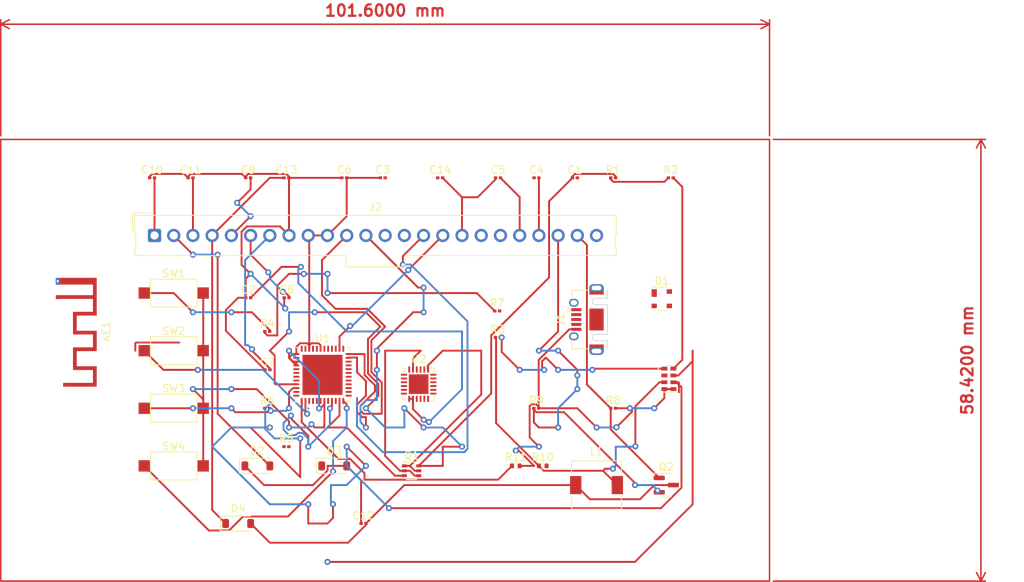
<source format=kicad_pcb>
(kicad_pcb (version 20221018) (generator pcbnew)
  (layers (0 "F.Cu" signal) (31 "B.Cu" signal) (34 "B.Paste" user) (35 "F.Paste" user) (36 "B.SilkS" user "B.Silkscreen") (37 "F.SilkS" user "F.Silkscreen") (38 "B.Mask" user) (39 "F.Mask" user) (44 "Edge.Cuts" user))
  (net 0 "")
  (net 1 "Net-(AE1-A)")
  (net 2 "GND")
  (net 3 "EN")
  (net 4 "0")
  (net 5 "VBUS")
  (net 6 "+3.3V")
  (net 7 "Net-(J2-Pin_21)")
  (net 8 "Net-(J2-Pin_20)")
  (net 9 "Net-(J2-Pin_7)")
  (net 10 "Net-(J2-Pin_6)")
  (net 11 "Net-(J2-Pin_5)")
  (net 12 "Net-(J2-Pin_1)")
  (net 13 "Net-(J2-Pin_3)")
  (net 14 "Net-(D2-K)")
  (net 15 "Net-(D4-A)")
  (net 16 "PREVGH")
  (net 17 "Net-(D1-A)")
  (net 18 "Net-(J1-D-)")
  (net 19 "Net-(J1-D+)")
  (net 20 "PREVGL")
  (net 22 "MOSI")
  (net 23 "SCK")
  (net 24 "SS")
  (net 25 "DC")
  (net 26 "RES")
  (net 27 "BUSY")
  (net 30 "RESET")
  (net 31 "GDR")
  (net 33 "RTS")
  (net 34 "DTR")
  (net 35 "GPIO0")
  (net 36 "SCL")
  (net 37 "SDA")
  (net 38 "SW_1")
  (net 39 "SW_2")
  (net 40 "SW_3")
  (net 41 "SW_4")
  (net 42 "ADC_BATT")
  (net 49 "RTC_INT")
  (net 50 "ACC_INT1")
  (net 51 "ACC_INT2")
  (net 53 "RTC_EVI")
  (net 62 "RX")
  (net 63 "TX")
  (net 69 "Net-(U2-VDD)")
  (footprint "Capacitor_SMD:C_0201_0603Metric" (layer "F.Cu") (at 131.76 88.9)
    (fp_text reference "C7")
    (fp_text value "1uF/50V")
  )
  (footprint "Connector_Molex:Molex_SL_171971-0024_1x24_P2.54mm_Vertical" (layer "F.Cu") (at 116.84 71.12)
    (fp_text reference "J2")
    (fp_text value "Conn_01x24")
  )
  (footprint "Resistor_SMD:R_0201_0603Metric" (layer "F.Cu") (at 177.455 63.5)
    (fp_text reference "R1")
    (fp_text value "10K")
  )
  (footprint "Resistor_SMD:R_0201_0603Metric" (layer "F.Cu") (at 177.455 93.98)
    (fp_text reference "R8")
    (fp_text value "10K")
  )
  (footprint "Resistor_SMD:R_0201_0603Metric" (layer "F.Cu") (at 167.295 93.98)
    (fp_text reference "R9")
    (fp_text value "0.14R")
  )
  (footprint "Button_Switch_SMD:SW_SPST_CK_RS282G05A3" (layer "F.Cu") (at 119.38 93.98)
    (fp_text reference "SW3")
    (fp_text value "SW_Push")
  )
  (footprint "Resistor_SMD:R_0201_0603Metric" (layer "F.Cu") (at 134.275 99.06)
    (fp_text reference "R5")
    (fp_text value "10K")
  )
  (footprint "Connector_USB:USB_Micro-AB_Molex_47590-0001" (layer "F.Cu") (at 175.26 82.24 90)
    (fp_text reference "J1")
    (fp_text value "USB_B_Micro")
    (fp_line (start -3.75 1.45) (end -2.8 1.45) (stroke (width 0.1)) (layer "Edge.Cuts"))
    (fp_line (start -2.8 -0.125) (end -2.8 1.45) (stroke (width 0.1)) (layer "Edge.Cuts"))
    (fp_line (start -1.95 -0.125) (end -1.95 1.45) (stroke (width 0.1)) (layer "Edge.Cuts"))
    (fp_line (start -1.95 1.45) (end 1.95 1.45) (stroke (width 0.1)) (layer "Edge.Cuts"))
    (fp_line (start 1.95 -0.125) (end 1.95 1.45) (stroke (width 0.1)) (layer "Edge.Cuts"))
    (fp_line (start 2.8 -0.125) (end 2.8 1.45) (stroke (width 0.1)) (layer "Edge.Cuts"))
    (fp_line (start 2.8 1.45) (end 3.75 1.45) (stroke (width 0.1)) (layer "Edge.Cuts"))
    (fp_arc (start -2.8 -0.125) (mid -2.375 -0.55) (end -1.95 -0.125) (stroke (width 0.1)) (layer "Edge.Cuts"))
    (fp_arc (start 1.95 -0.125) (mid 2.375 -0.55) (end 2.8 -0.125) (stroke (width 0.1)) (layer "Edge.Cuts"))
  )
  (footprint "Diode_SMD:D_SOD-123" (layer "F.Cu") (at 127.89 109.22)
    (fp_text reference "D4")
    (fp_text value "MBR0530")
  )
  (footprint "Resistor_SMD:R_0201_0603Metric" (layer "F.Cu") (at 185.075 63.5)
    (fp_text reference "R2")
    (fp_text value "10K")
  )
  (footprint "Capacitor_SMD:C_0201_0603Metric" (layer "F.Cu") (at 154.595 63.5)
    (fp_text reference "C14")
    (fp_text value "4.7uF/25V")
  )
  (footprint "Package_DFN_QFN:QFN-24-1EP_4x4mm_P0.5mm_EP2.6x2.6mm" (layer "F.Cu") (at 151.75 90.79)
    (fp_text reference "U2")
    (fp_text value "CP2104")
  )
  (footprint "Capacitor_SMD:C_0201_0603Metric" (layer "F.Cu") (at 116.52 63.5)
    (fp_text reference "C10")
    (fp_text value "1uF/50V")
  )
  (footprint "Package_TO_SOT_SMD:SOT-23" (layer "F.Cu") (at 184.4825 104.14)
    (fp_text reference "Q2")
    (fp_text value "Si2371EDS")
  )
  (footprint "Resistor_SMD:R_0201_0603Metric" (layer "F.Cu") (at 131.735 93.98)
    (fp_text reference "R6")
    (fp_text value "10K")
  )
  (footprint "Capacitor_SMD:C_0201_0603Metric" (layer "F.Cu") (at 141.92 63.5)
    (fp_text reference "C6")
    (fp_text value "1uF/50V")
  )
  (footprint "Resistor_SMD:R_0201_0603Metric" (layer "F.Cu") (at 162.215 84.61)
    (fp_text reference "R3")
    (fp_text value "10K")
  )
  (footprint "Button_Switch_SMD:SW_SPST_CK_RS282G05A3" (layer "F.Cu") (at 119.38 78.74)
    (fp_text reference "SW1")
    (fp_text value "SW_Push")
  )
  (footprint "Resistor_SMD:R_0201_0603Metric" (layer "F.Cu") (at 162.125 81.11)
    (fp_text reference "R7")
    (fp_text value "10K")
  )
  (footprint "RV-8803:MICROCRYSTAL_RV-8803-C7-TA-QC" (layer "F.Cu") (at 184.82 90.09)
    (fp_text reference "Y1")
    (fp_text value "RV-8803-C7-TA-QC")
  )
  (footprint "Capacitor_SMD:C_0201_0603Metric" (layer "F.Cu") (at 129.22 63.5)
    (fp_text reference "C9")
    (fp_text value "1uF/50V")
  )
  (footprint "Package_TO_SOT_SMD:SOT-143" (layer "F.Cu") (at 183.88 79.49)
    (fp_text reference "D1")
    (fp_text value "SP0503BAHT")
  )
  (footprint "Inductor_SMD:L_6.3x6.3_H3" (layer "F.Cu") (at 175.26 104.14)
    (fp_text reference "L1")
    (fp_text value "L")
  )
  (footprint "Capacitor_SMD:C_0201_0603Metric" (layer "F.Cu") (at 129.22 79.36)
    (fp_text reference "C2")
    (fp_text value "1uF")
  )
  (footprint "Button_Switch_SMD:SW_SPST_CK_RS282G05A3" (layer "F.Cu") (at 119.38 86.36)
    (fp_text reference "SW2")
    (fp_text value "SW_Push")
  )
  (footprint "Capacitor_SMD:C_0201_0603Metric" (layer "F.Cu") (at 134.275 63.5)
    (fp_text reference "C13")
    (fp_text value "1Uf/50V")
  )
  (footprint "Capacitor_SMD:C_0201_0603Metric" (layer "F.Cu") (at 162.24 63.5)
    (fp_text reference "C5")
    (fp_text value "1uF/50V")
  )
  (footprint "Capacitor_SMD:C_0201_0603Metric" (layer "F.Cu") (at 134.3 79.36)
    (fp_text reference "C8")
    (fp_text value "C")
  )
  (footprint "Capacitor_SMD:C_0201_0603Metric" (layer "F.Cu") (at 147 63.5)
    (fp_text reference "C3")
    (fp_text value "10uF")
  )
  (footprint "Capacitor_SMD:C_0201_0603Metric" (layer "F.Cu") (at 172.4 63.5)
    (fp_text reference "C1")
    (fp_text value "0.1uF")
  )
  (footprint "Package_TO_SOT_SMD:SOT-363_SC-70-6" (layer "F.Cu") (at 150.81 102.25)
    (fp_text reference "Q1")
    (fp_text value "UMH3N")
  )
  (footprint "Diode_SMD:D_SOD-123" (layer "F.Cu") (at 130.43 101.6)
    (fp_text reference "D2")
    (fp_text value "MBR0530")
  )
  (footprint "Button_Switch_SMD:SW_SPST_CK_RS282G05A3" (layer "F.Cu") (at 119.38 101.6)
    (fp_text reference "SW4")
    (fp_text value "SW_Push")
  )
  (footprint "Resistor_SMD:R_0201_0603Metric" (layer "F.Cu") (at 131.735 83.82)
    (fp_text reference "R4")
    (fp_text value "10K")
  )
  (footprint "Capacitor_SMD:C_0201_0603Metric" (layer "F.Cu") (at 121.6 63.5)
    (fp_text reference "C11")
    (fp_text value "1uF/50V")
  )
  (footprint "Package_DFN_QFN:QFN-48-1EP_7x7mm_P0.5mm_EP5.3x5.3mm" (layer "F.Cu") (at 139.04 89.56)
    (fp_text reference "U1")
    (fp_text value "ESP32-PICO-D4")
  )
  (footprint "Capacitor_SMD:C_0201_0603Metric" (layer "F.Cu") (at 167.32 63.5)
    (fp_text reference "C4")
    (fp_text value "1uF/50V")
  )
  (footprint "Resistor_SMD:R_0402_1005Metric" (layer "F.Cu") (at 164.59 101.6)
    (fp_text reference "R11")
    (fp_text value "100K")
  )
  (footprint "RF_Antenna:Texas_SWRA117D_2.4GHz_Right" (layer "F.Cu") (at 104.055 79.27 -90)
    (fp_text reference "AE1")
    (fp_text value "Antenna_Shield")
  )
  (footprint "Capacitor_SMD:C_0201_0603Metric" (layer "F.Cu") (at 144.46 109.22)
    (fp_text reference "C12")
    (fp_text value "4.7uF/25V")
  )
  (footprint "Resistor_SMD:R_0402_1005Metric" (layer "F.Cu") (at 168.15 101.6)
    (fp_text reference "R10")
    (fp_text value "100K")
  )
  (footprint "Diode_SMD:D_SOD-123" (layer "F.Cu") (at 140.59 101.6)
    (fp_text reference "D3")
    (fp_text value "MBR0530")
  )
  (gr_rect (start 96.52 58.42) (end 198.12 116.84) (stroke (width 0.2)) (fill none) (layer "F.Cu"))
  (dimension (type aligned) (layer "F.Cu") (pts (xy 198.12 116.84) (xy 198.12 58.42)) (height 27.94) (gr_text "58,4200 mm" (at 224.26 87.63 90) (layer "F.Cu") (effects (font (size 1.5 1.5) (thickness 0.3)))) (format (prefix "") (suffix "") (units 3) (units_format 1) (precision 4)) (style (thickness 0.2) (arrow_length 1.27) (text_position_mode 0) (extension_height 0.58642) (extension_offset 0.5) keep_text_aligned))
  (dimension (type aligned) (layer "F.Cu") (pts (xy 198.12 58.42) (xy 96.52 58.42)) (height 15.24) (gr_text "101,6000 mm" (at 147.32 41.38) (layer "F.Cu") (effects (font (size 1.5 1.5) (thickness 0.3)))) (format (prefix "") (suffix "") (units 3) (units_format 1) (precision 4)) (style (thickness 0.2) (arrow_length 1.27) (text_position_mode 0) (extension_height 0.58642) (extension_offset 0.5) keep_text_aligned))
  (segment (start 114.3 85.39) (end 114.405 85.285) (width 0.25) (layer "F.Cu") (net 0))
  (segment (start 114.3 86.36) (end 114.3 85.39) (width 0.25) (layer "F.Cu") (net 0))
  (segment (start 114.405 85.285) (end 120.1205 85.285) (width 0.25) (layer "F.Cu") (net 0))
  (segment (start 137.189364 94.009364) (end 137.16 93.98) (width 0.25) (layer "B.Cu") (net 0))
  (segment (start 133.069695 77.750305) (end 134.62 76.2) (width 0.25) (layer "F.Cu") (net 2))
  (segment (start 136.5655 76.2) (end 136.84 76.2) (width 0.25) (layer "F.Cu") (net 2))
  (segment (start 131.748959 84.345) (end 133.069695 84.345) (width 0.25) (layer "F.Cu") (net 2))
  (segment (start 131.415 84.011041) (end 131.748959 84.345) (width 0.25) (layer "F.Cu") (net 2))
  (segment (start 134.62 76.2) (end 136.5655 76.2) (width 0.25) (layer "F.Cu") (net 2))
  (segment (start 159.435 78.74) (end 161.805 81.11) (width 0.25) (layer "F.Cu") (net 2))
  (segment (start 131.415 83.82) (end 131.415 84.011041) (width 0.25) (layer "F.Cu") (net 2))
  (segment (start 139.7 78.74) (end 159.435 78.74) (width 0.25) (layer "F.Cu") (net 2))
  (segment (start 133.069695 84.345) (end 133.069695 77.750305) (width 0.25) (layer "F.Cu") (net 2))
  (via (at 136.5655 76.2) (size 0.8) (drill 0.4) (layers "F.Cu" "B.Cu") (net 2))
  (via (at 139.7 78.74) (size 0.8) (drill 0.4) (layers "F.Cu" "B.Cu") (net 2))
  (via (at 139.7 76.2) (size 0.8) (drill 0.4) (layers "F.Cu" "B.Cu") (net 2))
  (via (at 136.5655 76.2) (size 0.8) (drill 0.4) (layers "F.Cu" "B.Cu") (net 2))
  (via (at 139.7 76.2) (size 0.8) (drill 0.4) (layers "F.Cu" "B.Cu") (net 2))
  (via (at 139.7 76.2) (size 0.8) (drill 0.4) (layers "F.Cu" "B.Cu") (net 2))
  (segment (start 136.5655 76.2) (end 139.7 76.2) (width 0.25) (layer "B.Cu") (net 2))
  (segment (start 139.7 76.2) (end 139.7 78.74) (width 0.25) (layer "B.Cu") (net 2))
  (segment (start 132.7195 86.9995) (end 132.7195 90.692492) (width 0.25) (layer "F.Cu") (net 3))
  (segment (start 154.94 101.6) (end 154.94 99.06) (width 0.25) (layer "F.Cu") (net 3))
  (segment (start 172.08 63.308959) (end 172.413959 62.975) (width 0.25) (layer "F.Cu") (net 3))
  (segment (start 146.42 92.34) (end 146.42 90.752201) (width 0.25) (layer "F.Cu") (net 3))
  (segment (start 134.62 83.82) (end 132.08 86.36) (width 0.25) (layer "F.Cu") (net 3))
  (segment (start 151.76 101.6) (end 154.94 101.6) (width 0.25) (layer "F.Cu") (net 3))
  (segment (start 161.34 92.02) (end 161.34 84.333959) (width 0.25) (layer "F.Cu") (net 3))
  (segment (start 168.985 66.595) (end 172.08 63.5) (width 0.25) (layer "F.Cu") (net 3))
  (segment (start 145.0545 84.812708) (end 146.683604 83.183604) (width 0.25) (layer "F.Cu") (net 3))
  (segment (start 172.08 63.5) (end 172.08 63.308959) (width 0.25) (layer "F.Cu") (net 3))
  (segment (start 146.42 90.752201) (end 145.0545 89.386701) (width 0.25) (layer "F.Cu") (net 3))
  (segment (start 145.0545 89.386701) (end 145.0545 84.812708) (width 0.25) (layer "F.Cu") (net 3))
  (segment (start 168.985 76.688959) (end 168.985 66.595) (width 0.25) (layer "F.Cu") (net 3))
  (segment (start 132.7195 90.692492) (end 132.837008 90.81) (width 0.25) (layer "F.Cu") (net 3))
  (segment (start 177.441041 62.975) (end 177.775 63.308959) (width 0.25) (layer "F.Cu") (net 3))
  (segment (start 132.837008 90.81) (end 135.59 90.81) (width 0.25) (layer "F.Cu") (net 3))
  (segment (start 144.78 81.28) (end 138.0145 81.28) (width 0.25) (layer "F.Cu") (net 3))
  (segment (start 132.08 86.36) (end 132.7195 86.9995) (width 0.25) (layer "F.Cu") (net 3))
  (segment (start 154.94 99.06) (end 157.48 99.06) (width 0.25) (layer "F.Cu") (net 3))
  (segment (start 172.413959 62.975) (end 177.441041 62.975) (width 0.25) (layer "F.Cu") (net 3))
  (segment (start 161.34 84.333959) (end 168.985 76.688959) (width 0.25) (layer "F.Cu") (net 3))
  (segment (start 144.78 93.98) (end 146.42 92.34) (width 0.25) (layer "F.Cu") (net 3))
  (segment (start 177.775 63.308959) (end 177.775 63.5) (width 0.25) (layer "F.Cu") (net 3))
  (segment (start 152.4 96.52) (end 149.86 93.98) (width 0.25) (layer "F.Cu") (net 3))
  (segment (start 151.76 101.6) (end 161.34 92.02) (width 0.25) (layer "F.Cu") (net 3))
  (segment (start 146.683604 83.183604) (end 144.78 81.28) (width 0.25) (layer "F.Cu") (net 3))
  (via (at 134.62 83.82) (size 0.8) (drill 0.4) (layers "F.Cu" "B.Cu") (net 3))
  (via (at 138.0145 81.28) (size 0.8) (drill 0.4) (layers "F.Cu" "B.Cu") (net 3))
  (via (at 149.86 93.98) (size 0.8) (drill 0.4) (layers "F.Cu" "B.Cu") (net 3))
  (via (at 157.48 99.06) (size 0.8) (drill 0.4) (layers "F.Cu" "B.Cu") (net 3))
  (via (at 152.4 96.52) (size 0.8) (drill 0.4) (layers "F.Cu" "B.Cu") (net 3))
  (via (at 144.78 93.98) (size 0.8) (drill 0.4) (layers "F.Cu" "B.Cu") (net 3))
  (segment (start 149.86 93.98) (end 149.86 96.52) (width 0.25) (layer "B.Cu") (net 3))
  (segment (start 147.32 96.52) (end 144.78 93.98) (width 0.25) (layer "B.Cu") (net 3))
  (segment (start 149.86 96.52) (end 147.32 96.52) (width 0.25) (layer "B.Cu") (net 3))
  (segment (start 134.62 81.28) (end 134.62 83.82) (width 0.25) (layer "B.Cu") (net 3))
  (segment (start 138.0145 81.28) (end 134.62 81.28) (width 0.25) (layer "B.Cu") (net 3))
  (segment (start 154.94 96.52) (end 152.4 96.52) (width 0.25) (layer "B.Cu") (net 3))
  (segment (start 157.48 99.06) (end 154.94 96.52) (width 0.25) (layer "B.Cu") (net 3))
  (segment (start 128.9 79.36) (end 127.894695 79.36) (width 0.25) (layer "F.Cu") (net 4))
  (segment (start 166.42 97.84) (end 166.42 93.703959) (width 0.25) (layer "F.Cu") (net 4))
  (segment (start 167.615 87.585) (end 171.66 83.54) (width 0.25) (layer "F.Cu") (net 4))
  (segment (start 128.9 63.5) (end 128.9 63.308959) (width 0.25) (layer "F.Cu") (net 4))
  (segment (start 128.345 70.625014) (end 128.345 75.005) (width 0.25) (layer "F.Cu") (net 4))
  (segment (start 134.1077 80.7677) (end 133.98 80.64) (width 0.25) (layer "F.Cu") (net 4))
  (segment (start 167.281041 93.455) (end 167.615 93.788959) (width 0.25) (layer "F.Cu") (net 4))
  (segment (start 165.1 101.6) (end 167.003604 101.6) (width 0.25) (layer "F.Cu") (net 4))
  (segment (start 179.939799 93.98) (end 177.775 93.98) (width 0.25) (layer "F.Cu") (net 4))
  (segment (start 116.2 63.308959) (end 116.533959 62.975) (width 0.25) (layer "F.Cu") (net 4))
  (segment (start 184.22 92.64) (end 184.22 91.44) (width 0.25) (layer "F.Cu") (net 4))
  (segment (start 171.66 83.54) (end 172.585 83.54) (width 0.25) (layer "F.Cu") (net 4))
  (segment (start 128.375 62.975) (end 128.9 63.5) (width 0.25) (layer "F.Cu") (net 4))
  (segment (start 167.615 93.98) (end 167.615 87.585) (width 0.25) (layer "F.Cu") (net 4))
  (segment (start 129.233959 62.975) (end 134.261041 62.975) (width 0.25) (layer "F.Cu") (net 4))
  (segment (start 129.045014 69.925) (end 128.345 70.625014) (width 0.25) (layer "F.Cu") (net 4))
  (segment (start 179.939799 93.98) (end 179.665299 93.98) (width 0.25) (layer "F.Cu") (net 4))
  (segment (start 128.9 63.308959) (end 129.233959 62.975) (width 0.25) (layer "F.Cu") (net 4))
  (segment (start 121.28 63.5) (end 121.28 63.308959) (width 0.25) (layer "F.Cu") (net 4))
  (segment (start 128.9 79.36) (end 128.9 76.84) (width 0.25) (layer "F.Cu") (net 4))
  (segment (start 167.003604 101.6) (end 164.975904 99.5723) (width 0.25) (layer "F.Cu") (net 4))
  (segment (start 167.615 93.788959) (end 167.615 93.98) (width 0.25) (layer "F.Cu") (net 4))
  (segment (start 127.894695 79.36) (end 126.275 80.979695) (width 0.25) (layer "F.Cu") (net 4))
  (segment (start 159.546041 66.065) (end 161.92 63.691041) (width 0.25) (layer "F.Cu") (net 4))
  (segment (start 120.755 62.975) (end 121.28 63.5) (width 0.25) (layer "F.Cu") (net 4))
  (segment (start 116.2 63.5) (end 116.2 63.308959) (width 0.25) (layer "F.Cu") (net 4))
  (segment (start 134.595 63.5) (end 134.62 63.525) (width 0.25) (layer "F.Cu") (net 4))
  (segment (start 126.275 83.735) (end 131.44 88.9) (width 0.25) (layer "F.Cu") (net 4))
  (segment (start 133.425 69.925) (end 129.045014 69.925) (width 0.25) (layer "F.Cu") (net 4))
  (segment (start 128.345 75.005) (end 129.54 76.2) (width 0.25) (layer "F.Cu") (net 4))
  (segment (start 134.62 63.333959) (end 134.62 71.12) (width 0.25) (layer "F.Cu") (net 4))
  (segment (start 134.595 63.5) (end 141.6 63.5) (width 0.25) (layer "F.Cu") (net 4))
  (segment (start 184.22 91.44) (end 185.42 91.44) (width 0.25) (layer "F.Cu") (net 4))
  (segment (start 166.42 93.703959) (end 166.668959 93.455) (width 0.25) (layer "F.Cu") (net 4))
  (segment (start 157.48 66.065) (end 154.915 63.5) (width 0.25) (layer "F.Cu") (net 4))
  (segment (start 164.975904 99.5723) (end 164.5877 99.5723) (width 0.25) (layer "F.Cu") (net 4))
  (segment (start 116.533959 62.975) (end 120.755 62.975) (width 0.25) (layer "F.Cu") (net 4))
  (segment (start 177.879549 96.499951) (end 179.939799 94.439701) (width 0.25) (layer "F.Cu") (net 4))
  (segment (start 167.615 93.98) (end 172.72 93.98) (width 0.25) (layer "F.Cu") (net 4))
  (segment (start 121.613959 62.975) (end 128.375 62.975) (width 0.25) (layer "F.Cu") (net 4))
  (segment (start 157.48 71.12) (end 157.48 66.065) (width 0.25) (layer "F.Cu") (net 4))
  (segment (start 134.62 63.525) (end 134.62 71.12) (width 0.25) (layer "F.Cu") (net 4))
  (segment (start 133.98 80.64) (end 133.98 79.36) (width 0.25) (layer "F.Cu") (net 4))
  (segment (start 179.939799 94.439701) (end 179.939799 93.98) (width 0.25) (layer "F.Cu") (net 4))
  (segment (start 182.88 93.98) (end 184.22 92.64) (width 0.25) (layer "F.Cu") (net 4))
  (segment (start 172.72 93.98) (end 175.26 96.52) (width 0.25) (layer "F.Cu") (net 4))
  (segment (start 134.62 71.12) (end 133.425 69.925) (width 0.25) (layer "F.Cu") (net 4))
  (segment (start 128.9 76.84) (end 129.54 76.2) (width 0.25) (layer "F.Cu") (net 4))
  (segment (start 161.92 63.691041) (end 161.92 63.5) (width 0.25) (layer "F.Cu") (net 4))
  (segment (start 126.275 80.979695) (end 126.275 83.735) (width 0.25) (layer "F.Cu") (net 4))
  (segment (start 134.261041 62.975) (end 134.62 63.333959) (width 0.25) (layer "F.Cu") (net 4))
  (segment (start 121.28 63.308959) (end 121.613959 62.975) (width 0.25) (layer "F.Cu") (net 4))
  (segment (start 157.48 66.065) (end 159.546041 66.065) (width 0.25) (layer "F.Cu") (net 4))
  (segment (start 167.64 99.06) (end 166.42 97.84) (width 0.25) (layer "F.Cu") (net 4))
  (segment (start 166.668959 93.455) (end 167.281041 93.455) (width 0.25) (layer "F.Cu") (net 4))
  (via (at 134.1077 80.7677) (size 0.8) (drill 0.4) (layers "F.Cu" "B.Cu") (net 4))
  (via (at 164.5877 99.5723) (size 0.8) (drill 0.4) (layers "F.Cu" "B.Cu") (net 4))
  (via (at 129.54 76.2) (size 0.8) (drill 0.4) (layers "F.Cu" "B.Cu") (net 4))
  (via (at 167.64 99.06) (size 0.8) (drill 0.4) (layers "F.Cu" "B.Cu") (net 4))
  (via (at 177.879549 96.499951) (size 0.8) (drill 0.4) (layers "F.Cu" "B.Cu") (net 4))
  (via (at 182.88 93.98) (size 0.8) (drill 0.4) (layers "F.Cu" "B.Cu") (net 4))
  (via (at 175.26 96.52) (size 0.8) (drill 0.4) (layers "F.Cu" "B.Cu") (net 4))
  (via (at 134.1077 80.7677) (size 0.8) (drill 0.4) (layers "F.Cu" "B.Cu") (net 4))
  (via (at 177.879549 96.499951) (size 0.8) (drill 0.4) (layers "F.Cu" "B.Cu") (net 4))
  (via (at 179.665299 93.98) (size 0.8) (drill 0.4) (layers "F.Cu" "B.Cu") (net 4))
  (segment (start 165.1 99.06) (end 167.64 99.06) (width 0.25) (layer "B.Cu") (net 4))
  (segment (start 129.54 76.2) (end 134.301802 80.961802) (width 0.25) (layer "B.Cu") (net 4))
  (segment (start 179.665299 93.98) (end 182.88 93.98) (width 0.25) (layer "B.Cu") (net 4))
  (segment (start 134.301802 80.961802) (end 134.1077 80.7677) (width 0.25) (layer "B.Cu") (net 4))
  (segment (start 175.26 96.52) (end 177.8595 96.52) (width 0.25) (layer "B.Cu") (net 4))
  (segment (start 177.8595 96.52) (end 177.879549 96.499951) (width 0.25) (layer "B.Cu") (net 4))
  (segment (start 177.8 96.52) (end 177.8595 96.52) (width 0.25) (layer "B.Cu") (net 4))
  (segment (start 164.5877 99.5723) (end 165.1 99.06) (width 0.25) (layer "B.Cu") (net 4))
  (segment (start 152.412548 95.507949) (end 151 94.095401) (width 0.25) (layer "F.Cu") (net 5))
  (segment (start 133.62342 75.27658) (end 136.183007 75.27658) (width 0.25) (layer "F.Cu") (net 5))
  (segment (start 129.54 79.36) (end 133.62342 75.27658) (width 0.25) (layer "F.Cu") (net 5))
  (segment (start 151 92.7275) (end 150.5 92.7275) (width 0.25) (layer "F.Cu") (net 5))
  (segment (start 151 94.095401) (end 151 92.7275) (width 0.25) (layer "F.Cu") (net 5))
  (via (at 152.412548 95.507949) (size 0.8) (drill 0.4) (layers "F.Cu" "B.Cu") (net 5))
  (via (at 153.106755 95.7955) (size 0.8) (drill 0.4) (layers "F.Cu" "B.Cu") (net 5))
  (via (at 136.183007 75.27658) (size 0.8) (drill 0.4) (layers "F.Cu" "B.Cu") (net 5))
  (segment (start 135.8405 77.4205) (end 142.24 83.82) (width 0.25) (layer "B.Cu") (net 5))
  (segment (start 135.8405 75.619087) (end 135.8405 77.4205) (width 0.25) (layer "B.Cu") (net 5))
  (segment (start 153.106755 95.813245) (end 153.106755 95.7955) (width 0.25) (layer "B.Cu") (net 5))
  (segment (start 157.48 83.82) (end 157.48 91.44) (width 0.25) (layer "B.Cu") (net 5))
  (segment (start 136.183007 75.27658) (end 135.8405 75.619087) (width 0.25) (layer "B.Cu") (net 5))
  (segment (start 152.700099 95.7955) (end 152.412548 95.507949) (width 0.25) (layer "B.Cu") (net 5))
  (segment (start 157.48 91.44) (end 153.106755 95.813245) (width 0.25) (layer "B.Cu") (net 5))
  (segment (start 142.24 83.82) (end 157.48 83.82) (width 0.25) (layer "B.Cu") (net 5))
  (segment (start 153.106755 95.7955) (end 152.700099 95.7955) (width 0.25) (layer "B.Cu") (net 5))
  (segment (start 139.29 93.458008) (end 138.754384 93.993624) (width 0.25) (layer "F.Cu") (net 6))
  (segment (start 167.64 101.6) (end 161.98 95.94) (width 0.25) (layer "F.Cu") (net 6))
  (segment (start 180.389799 99.010201) (end 180.389799 93.98) (width 0.25) (layer "F.Cu") (net 6))
  (segment (start 137.16 71.12) (end 137.29 71.25) (width 0.25) (layer "F.Cu") (net 6))
  (segment (start 135.59 87.81) (end 135.141992 87.81) (width 0.25) (layer "F.Cu") (net 6))
  (segment (start 134.62 87.288008) (end 135.098008 86.81) (width 0.25) (layer "F.Cu") (net 6))
  (segment (start 168.285 102.245) (end 167.64 101.6) (width 0.25) (layer "F.Cu") (net 6))
  (segment (start 127 91.44) (end 130.346041 91.44) (width 0.25) (layer "F.Cu") (net 6))
  (segment (start 137.29 71.25) (end 137.29 86.11) (width 0.25) (layer "F.Cu") (net 6))
  (segment (start 135.59 85.861992) (end 136.066992 85.385) (width 0.25) (layer "F.Cu") (net 6))
  (segment (start 176.382701 101.977299) (end 177.422701 101.977299) (width 0.25) (layer "F.Cu") (net 6))
  (segment (start 137.566992 85.385) (end 137.29 85.661992) (width 0.25) (layer "F.Cu") (net 6))
  (segment (start 138.010594 96.52) (end 139.25 96.52) (width 0.25) (layer "F.Cu") (net 6))
  (segment (start 184.23 64.025) (end 177.468959 64.025) (width 0.25) (layer "F.Cu") (net 6))
  (segment (start 134.62 87.34) (end 135.59 88.31) (width 0.25) (layer "F.Cu") (net 6))
  (segment (start 176.115 102.245) (end 168.285 102.245) (width 0.25) (layer "F.Cu") (net 6))
  (segment (start 134.62 86.36) (end 134.62 87.34) (width 0.25) (layer "F.Cu") (net 6))
  (segment (start 142.24 63.5) (end 146.765 63.5) (width 0.25) (layer "F.Cu") (net 6))
  (segment (start 161.98 95.94) (end 161.98 84.695) (width 0.25) (layer "F.Cu") (net 6))
  (segment (start 136.066992 85.385) (end 137.013008 85.385) (width 0.25) (layer "F.Cu") (net 6))
  (segment (start 180.389799 93.98) (end 180.389799 95.005305) (width 0.25) (layer "F.Cu") (net 6))
  (segment (start 138.79 85.661992) (end 138.513008 85.385) (width 0.25) (layer "F.Cu") (net 6))
  (segment (start 184.755 63.5) (end 184.23 64.025) (width 0.25) (layer "F.Cu") (net 6))
  (segment (start 178.01 104.14) (end 176.115 102.245) (width 0.25) (layer "F.Cu") (net 6))
  (segment (start 135.141992 87.81) (end 134.62 87.288008) (width 0.25) (layer "F.Cu") (net 6))
  (segment (start 138.79 86.11) (end 138.79 85.661992) (width 0.25) (layer "F.Cu") (net 6))
  (segment (start 177.135 63.691041) (end 177.135 63.5) (width 0.25) (layer "F.Cu") (net 6))
  (segment (start 137.013008 85.385) (end 137.29 85.661992) (width 0.25) (layer "F.Cu") (net 6))
  (segment (start 142.24 63.5) (end 142.24 68.58) (width 0.25) (layer "F.Cu") (net 6))
  (segment (start 123.28 93.98) (end 123.28 86.36) (width 0.25) (layer "F.Cu") (net 6))
  (segment (start 183.57 90.54) (end 184.22 90.54) (width 0.25) (layer "F.Cu") (net 6))
  (segment (start 130.346041 91.44) (end 134.62 95.713959) (width 0.25) (layer "F.Cu") (net 6))
  (segment (start 123.28 92.8) (end 121.92 91.44) (width 0.25) (layer "F.Cu") (net 6))
  (segment (start 123.28 86.36) (end 123.28 78.74) (width 0.25) (layer "F.Cu") (net 6))
  (segment (start 161.98 84.695) (end 161.895 84.61) (width 0.25) (layer "F.Cu") (net 6))
  (segment (start 138.754384 93.993624) (end 138.583385 93.993624) (width 0.25) (layer "F.Cu") (net 6))
  (segment (start 123.28 93.98) (end 123.28 92.8) (width 0.25) (layer "F.Cu") (net 6))
  (segment (start 135.59 86.81) (end 135.59 85.861992) (width 0.25) (layer "F.Cu") (net 6))
  (segment (start 177.468959 64.025) (end 177.135 63.691041) (width 0.25) (layer "F.Cu") (net 6))
  (segment (start 138.513008 85.385) (end 137.566992 85.385) (width 0.25) (layer "F.Cu") (net 6))
  (segment (start 139.25 96.333604) (end 139.29 96.293604) (width 0.25) (layer "F.Cu") (net 6))
  (segment (start 134.62 95.713959) (end 134.62 96.52) (width 0.25) (layer "F.Cu") (net 6))
  (segment (start 142.24 68.58) (end 139.7 71.12) (width 0.25) (layer "F.Cu") (net 6))
  (segment (start 176.115 102.245) (end 176.382701 101.977299) (width 0.25) (layer "F.Cu") (net 6))
  (segment (start 139.7 71.12) (end 137.16 71.12) (width 0.25) (layer "F.Cu") (net 6))
  (segment (start 135.098008 86.81) (end 135.59 86.81) (width 0.25) (layer "F.Cu") (net 6))
  (segment (start 137.29 85.661992) (end 137.29 86.11) (width 0.25) (layer "F.Cu") (net 6))
  (segment (start 180.389799 93.720201) (end 183.57 90.54) (width 0.25) (layer "F.Cu") (net 6))
  (segment (start 135.59 88.31) (end 135.59 87.81) (width 0.25) (layer "F.Cu") (net 6))
  (segment (start 139.29 96.293604) (end 139.29 93.01) (width 0.25) (layer "F.Cu") (net 6))
  (segment (start 139.25 96.52) (end 139.25 96.333604) (width 0.25) (layer "F.Cu") (net 6))
  (segment (start 137.585297 96.094703) (end 138.010594 96.52) (width 0.25) (layer "F.Cu") (net 6))
  (segment (start 180.389799 93.98) (end 180.389799 93.720201) (width 0.25) (layer "F.Cu") (net 6))
  (segment (start 139.29 93.01) (end 139.29 93.458008) (width 0.25) (layer "F.Cu") (net 6))
  (segment (start 123.28 101.6) (end 123.28 93.98) (width 0.25) (layer "F.Cu") (net 6))
  (via (at 121.92 91.44) (size 0.8) (drill 0.4) (layers "F.Cu" "B.Cu") (net 6))
  (via (at 127 91.44) (size 0.8) (drill 0.4) (layers "F.Cu" "B.Cu") (net 6))
  (via (at 137.585297 96.094703) (size 0.8) (drill 0.4) (layers "F.Cu" "B.Cu") (net 6))
  (via (at 134.62 96.52) (size 0.8) (drill 0.4) (layers "F.Cu" "B.Cu") (net 6))
  (via (at 180.389799 99.010201) (size 0.8) (drill 0.4) (layers "F.Cu" "B.Cu") (net 6))
  (via (at 138.583385 93.993624) (size 0.8) (drill 0.4) (layers "F.Cu" "B.Cu") (net 6))
  (via (at 134.62 86.36) (size 0.8) (drill 0.4) (layers "F.Cu" "B.Cu") (net 6))
  (via (at 177.422701 101.977299) (size 0.8) (drill 0.4) (layers "F.Cu" "B.Cu") (net 6))
  (segment (start 180.34 99.06) (end 180.389799 99.010201) (width 0.25) (layer "B.Cu") (net 6))
  (segment (start 177.422701 101.977299) (end 177.8 101.6) (width 0.25) (layer "B.Cu") (net 6))
  (segment (start 177.8 99.06) (end 180.34 99.06) (width 0.25) (layer "B.Cu") (net 6))
  (segment (start 137.16 96.52) (end 134.62 96.52) (width 0.25) (layer "B.Cu") (net 6))
  (segment (start 121.92 91.44) (end 127 91.44) (width 0.25) (layer "B.Cu") (net 6))
  (segment (start 138.583385 90.323385) (end 134.62 86.36) (width 0.25) (layer "B.Cu") (net 6))
  (segment (start 177.8 101.6) (end 177.8 99.06) (width 0.25) (layer "B.Cu") (net 6))
  (segment (start 137.585297 96.094703) (end 137.16 96.52) (width 0.25) (layer "B.Cu") (net 6))
  (segment (start 138.583385 93.993624) (end 138.583385 90.323385) (width 0.25) (layer "B.Cu") (net 6))
  (segment (start 167.64 71.12) (end 167.64 63.5) (width 0.25) (layer "F.Cu") (net 7))
  (segment (start 162.56 63.5) (end 165.1 66.04) (width 0.25) (layer "F.Cu") (net 8))
  (segment (start 165.1 66.04) (end 165.1 71.12) (width 0.25) (layer "F.Cu") (net 8))
  (segment (start 132.2695 88.9) (end 132.08 88.9) (width 0.25) (layer "F.Cu") (net 9))
  (segment (start 132.08 88.708959) (end 129.732299 86.361258) (width 0.25) (layer "F.Cu") (net 9))
  (segment (start 129.732299 86.361258) (end 129.732299 86.167701) (width 0.25) (layer "F.Cu") (net 9))
  (segment (start 132.08 88.9) (end 132.08 88.708959) (width 0.25) (layer "F.Cu") (net 9))
  (via (at 129.732299 86.167701) (size 0.8) (drill 0.4) (layers "F.Cu" "B.Cu") (net 9))
  (segment (start 132.08 88.9) (end 132.2695 88.9) (width 0.25) (layer "B.Cu") (net 9))
  (segment (start 128.815 74.385) (end 128.815 85.635) (width 0.25) (layer "B.Cu") (net 9))
  (segment (start 129.199598 85.635) (end 128.815 85.635) (width 0.25) (layer "B.Cu") (net 9))
  (segment (start 132.08 71.12) (end 128.815 74.385) (width 0.25) (layer "B.Cu") (net 9))
  (segment (start 129.732299 86.167701) (end 129.199598 85.635) (width 0.25) (layer "B.Cu") (net 9))
  (segment (start 131.877701 75.997701) (end 129.54 73.66) (width 0.25) (layer "F.Cu") (net 10))
  (segment (start 134.01377 78.562729) (end 133.794195 78.562729) (width 0.25) (layer "F.Cu") (net 10))
  (segment (start 129.54 73.66) (end 129.54 71.12) (width 0.25) (layer "F.Cu") (net 10))
  (segment (start 134.62 79.168959) (end 134.01377 78.562729) (width 0.25) (layer "F.Cu") (net 10))
  (segment (start 134.62 79.36) (end 134.62 79.168959) (width 0.25) (layer "F.Cu") (net 10))
  (via (at 131.877701 75.997701) (size 0.8) (drill 0.4) (layers "F.Cu" "B.Cu") (net 10))
  (via (at 133.794195 78.562729) (size 0.8) (drill 0.4) (layers "F.Cu" "B.Cu") (net 10))
  (segment (start 132.08 76.848534) (end 132.08 76.2) (width 0.25) (layer "B.Cu") (net 10))
  (segment (start 133.794195 78.562729) (end 132.08 76.848534) (width 0.25) (layer "B.Cu") (net 10))
  (segment (start 132.08 76.2) (end 131.877701 75.997701) (width 0.25) (layer "B.Cu") (net 10))
  (segment (start 129.54 65.0154) (end 127.7577 66.7977) (width 0.25) (layer "F.Cu") (net 11))
  (segment (start 129.54 63.5) (end 129.54 65.0154) (width 0.25) (layer "F.Cu") (net 11))
  (segment (start 129.54 63.5) (end 129.54 63.691041) (width 0.25) (layer "F.Cu") (net 11))
  (segment (start 129.54 68.58) (end 127 71.12) (width 0.25) (layer "F.Cu") (net 11))
  (via (at 127.7577 66.7977) (size 0.8) (drill 0.4) (layers "F.Cu" "B.Cu") (net 11))
  (via (at 129.54 68.58) (size 0.8) (drill 0.4) (layers "F.Cu" "B.Cu") (net 11))
  (segment (start 127.7577 66.7977) (end 129.54 68.58) (width 0.25) (layer "B.Cu") (net 11))
  (segment (start 116.84 71.12) (end 116.84 63.5) (width 0.25) (layer "F.Cu") (net 12))
  (segment (start 121.92 63.5) (end 121.92 71.12) (width 0.25) (layer "F.Cu") (net 13))
  (segment (start 139.715 102.202817) (end 137.777817 104.14) (width 0.25) (layer "F.Cu") (net 14))
  (segment (start 131.32 104.14) (end 128.78 101.6) (width 0.25) (layer "F.Cu") (net 14))
  (segment (start 137.777817 104.14) (end 131.32 104.14) (width 0.25) (layer "F.Cu") (net 14))
  (segment (start 139.715 101.6) (end 139.715 102.202817) (width 0.25) (layer "F.Cu") (net 14))
  (segment (start 142.24 101.6) (end 139.715 101.6) (width 0.25) (layer "F.Cu") (net 14))
  (segment (start 144.14 103.5) (end 144.14 109.22) (width 0.25) (layer "F.Cu") (net 14))
  (segment (start 142.24 101.6) (end 144.14 103.5) (width 0.25) (layer "F.Cu") (net 14))
  (segment (start 181.0075 106.0125) (end 182.88 104.14) (width 0.25) (layer "F.Cu") (net 15))
  (segment (start 149.86 104.14) (end 172.51 104.14) (width 0.25) (layer "F.Cu") (net 15))
  (segment (start 144.78 109.411041) (end 142.431041 111.76) (width 0.25) (layer "F.Cu") (net 15))
  (segment (start 142.431041 111.76) (end 132.08 111.76) (width 0.25) (layer "F.Cu") (net 15))
  (segment (start 132.08 111.76) (end 129.54 109.22) (width 0.25) (layer "F.Cu") (net 15))
  (segment (start 174.3825 106.0125) (end 181.0075 106.0125) (width 0.25) (layer "F.Cu") (net 15))
  (segment (start 144.78 109.22) (end 144.78 109.411041) (width 0.25) (layer "F.Cu") (net 15))
  (segment (start 144.78 109.22) (end 149.86 104.14) (width 0.25) (layer "F.Cu") (net 15))
  (segment (start 172.51 104.14) (end 174.3825 106.0125) (width 0.25) (layer "F.Cu") (net 15))
  (segment (start 182.88 104.14) (end 185.42 104.14) (width 0.25) (layer "F.Cu") (net 15))
  (segment (start 132.08 63.5) (end 134.04 63.5) (width 0.25) (layer "F.Cu") (net 16))
  (segment (start 124.46 107.44) (end 124.46 71.12) (width 0.25) (layer "F.Cu") (net 16))
  (segment (start 124.46 71.12) (end 132.08 63.5) (width 0.25) (layer "F.Cu") (net 16))
  (segment (start 126.24 109.22) (end 124.46 107.44) (width 0.25) (layer "F.Cu") (net 16))
  (segment (start 172.26 80.015) (end 171.985 80.015) (width 0.25) (layer "F.Cu") (net 17))
  (segment (start 132.08 101.6) (end 125.1845 94.7045) (width 0.25) (layer "F.Cu") (net 20))
  (segment (start 121.92 73.66) (end 119.38 71.12) (width 0.25) (layer "F.Cu") (net 20))
  (segment (start 125.1845 94.7045) (end 125.1845 73.66) (width 0.25) (layer "F.Cu") (net 20))
  (via (at 121.92 73.66) (size 0.8) (drill 0.4) (layers "F.Cu" "B.Cu") (net 20))
  (via (at 125.1845 73.66) (size 0.8) (drill 0.4) (layers "F.Cu" "B.Cu") (net 20))
  (segment (start 125.1845 73.66) (end 121.92 73.66) (width 0.25) (layer "B.Cu") (net 20))
  (segment (start 145.97 90.938597) (end 144.6045 89.573097) (width 0.25) (layer "F.Cu") (net 22))
  (segment (start 144.055 93.679695) (end 145.97 91.764695) (width 0.25) (layer "F.Cu") (net 22))
  (segment (start 146.87 94.705) (end 144.479695 94.705) (width 0.25) (layer "F.Cu") (net 22))
  (segment (start 144.6045 86.81) (end 142.49 86.81) (width 0.25) (layer "F.Cu") (net 22))
  (segment (start 142.24 71.12) (end 138.975 74.385) (width 0.25) (layer "F.Cu") (net 22))
  (segment (start 144.966396 80.83) (end 147.32 83.183604) (width 0.25) (layer "F.Cu") (net 22))
  (segment (start 140.764695 80.83) (end 144.966396 80.83) (width 0.25) (layer "F.Cu") (net 22))
  (segment (start 138.975 74.385) (end 138.975 79.040305) (width 0.25) (layer "F.Cu") (net 22))
  (segment (start 147.32 83.183604) (end 145.5045 84.999104) (width 0.25) (layer "F.Cu") (net 22))
  (segment (start 144.6045 89.573097) (end 144.6045 86.81) (width 0.25) (layer "F.Cu") (net 22))
  (segment (start 144.055 94.280305) (end 144.055 93.679695) (width 0.25) (layer "F.Cu") (net 22))
  (segment (start 145.97 91.764695) (end 145.97 90.938597) (width 0.25) (layer "F.Cu") (net 22))
  (segment (start 146.87 90.565805) (end 146.87 94.705) (width 0.25) (layer "F.Cu") (net 22))
  (segment (start 145.5045 84.999104) (end 145.5045 89.200305) (width 0.25) (layer "F.Cu") (net 22))
  (segment (start 145.5045 89.200305) (end 146.87 90.565805) (width 0.25) (layer "F.Cu") (net 22))
  (segment (start 144.479695 94.705) (end 144.055 94.280305) (width 0.25) (layer "F.Cu") (net 22))
  (segment (start 138.975 79.040305) (end 140.764695 80.83) (width 0.25) (layer "F.Cu") (net 22))
  (segment (start 143.605 94.466701) (end 143.605 93.493299) (width 0.25) (layer "F.Cu") (net 23))
  (segment (start 144.78 92.318299) (end 144.78 90.384993) (width 0.25) (layer "F.Cu") (net 23))
  (segment (start 151.6755 78.0155) (end 152.4 78.0155) (width 0.25) (layer "F.Cu") (net 23))
  (segment (start 143.605 93.493299) (end 144.78 92.318299) (width 0.25) (layer "F.Cu") (net 23))
  (segment (start 144.78 96.52) (end 144.78 95.155) (width 0.25) (layer "F.Cu") (net 23))
  (segment (start 142.49 87.31) (end 142.29 87.31) (width 0.25) (layer "F.Cu") (net 23))
  (segment (start 144.293299 95.155) (end 143.605 94.466701) (width 0.25) (layer "F.Cu") (net 23))
  (segment (start 142.54 87.26) (end 142.49 87.31) (width 0.25) (layer "F.Cu") (net 23))
  (segment (start 151.035 81.28) (end 145.955 86.36) (width 0.25) (layer "F.Cu") (net 23))
  (segment (start 145.955 86.36) (end 146.2295 86.36) (width 0.25) (layer "F.Cu") (net 23))
  (segment (start 152.4 81.28) (end 151.035 81.28) (width 0.25) (layer "F.Cu") (net 23))
  (segment (start 144.78 71.12) (end 151.6755 78.0155) (width 0.25) (layer "F.Cu") (net 23))
  (segment (start 143.605 89.209993) (end 143.605 87.26) (width 0.25) (layer "F.Cu") (net 23))
  (segment (start 144.78 90.384993) (end 143.605 89.209993) (width 0.25) (layer "F.Cu") (net 23))
  (segment (start 146.2295 86.36) (end 146.2295 88.9) (width 0.25) (layer "F.Cu") (net 23))
  (segment (start 144.78 95.155) (end 144.293299 95.155) (width 0.25) (layer "F.Cu") (net 23))
  (segment (start 143.605 87.26) (end 142.54 87.26) (width 0.25) (layer "F.Cu") (net 23))
  (via (at 146.2295 88.9) (size 0.8) (drill 0.4) (layers "F.Cu" "B.Cu") (net 23))
  (via (at 146.2295 86.36) (size 0.8) (drill 0.4) (layers "F.Cu" "B.Cu") (net 23))
  (via (at 146.2295 86.36) (size 0.8) (drill 0.4) (layers "F.Cu" "B.Cu") (net 23))
  (via (at 144.78 96.52) (size 0.8) (drill 0.4) (layers "F.Cu" "B.Cu") (net 23))
  (via (at 152.4 81.28) (size 0.8) (drill 0.4) (layers "F.Cu" "B.Cu") (net 23))
  (via (at 152.4 78.0155) (size 0.8) (drill 0.4) (layers "F.Cu" "B.Cu") (net 23))
  (segment (start 144.845195 92.8895) (end 144.055 93.679695) (width 0.25) (layer "B.Cu") (net 23))
  (segment (start 152.4 78.0155) (end 152.4 81.28) (width 0.25) (layer "B.Cu") (net 23))
  (segment (start 144.055 95.795) (end 144.78 96.52) (width 0.25) (layer "B.Cu") (net 23))
  (segment (start 146.2295 88.9) (end 146.2295 92.8895) (width 0.25) (layer "B.Cu") (net 23))
  (segment (start 146.2295 92.8895) (end 144.845195 92.8895) (width 0.25) (layer "B.Cu") (net 23))
  (segment (start 144.055 93.679695) (end 144.055 95.795) (width 0.25) (layer "B.Cu") (net 23))
  (segment (start 152.4 71.12) (end 149.665544 73.854456) (width 0.25) (layer "F.Cu") (net 26))
  (segment (start 149.665544 73.854456) (end 149.665544 74.980946) (width 0.25) (layer "F.Cu") (net 26))
  (via (at 149.665544 74.980946) (size 0.8) (drill 0.4) (layers "F.Cu" "B.Cu") (net 26))
  (segment (start 143.605 96.370305) (end 143.605 92.615) (width 0.25) (layer "B.Cu") (net 26))
  (segment (start 157.780305 99.785) (end 147.019695 99.785) (width 0.25) (layer "B.Cu") (net 26))
  (segment (start 149.68379 74.9627) (end 150.672605 74.9627) (width 0.25) (layer "B.Cu") (net 26))
  (segment (start 158.205 99.360305) (end 157.780305 99.785) (width 0.25) (layer "B.Cu") (net 26))
  (segment (start 158.205 82.495095) (end 158.205 99.360305) (width 0.25) (layer "B.Cu") (net 26))
  (segment (start 149.665544 74.980946) (end 149.68379 74.9627) (width 0.25) (layer "B.Cu") (net 26))
  (segment (start 150.672605 74.9627) (end 158.205 82.495095) (width 0.25) (layer "B.Cu") (net 26))
  (segment (start 147.019695 99.785) (end 143.605 96.370305) (width 0.25) (layer "B.Cu") (net 26))
  (segment (start 154.94 71.12) (end 150.3723 75.6877) (width 0.25) (layer "F.Cu") (net 27))
  (segment (start 142.69 83.0955) (end 141.29 84.4955) (width 0.25) (layer "F.Cu") (net 27))
  (segment (start 141.29 84.4955) (end 141.29 86.11) (width 0.25) (layer "F.Cu") (net 27))
  (via (at 142.69 83.0955) (size 0.8) (drill 0.4) (layers "F.Cu" "B.Cu") (net 27))
  (via (at 150.3723 75.6877) (size 0.8) (drill 0.4) (layers "F.Cu" "B.Cu") (net 27))
  (segment (start 150.3723 75.6877) (end 142.9645 83.0955) (width 0.25) (layer "B.Cu") (net 27))
  (segment (start 142.9645 83.0955) (end 142.69 83.0955) (width 0.25) (layer "B.Cu") (net 27))
  (segment (start 170.18 83.82) (end 170.18 71.12) (width 0.25) (layer "F.Cu") (net 30))
  (segment (start 172.72 88.9) (end 170.18 86.36) (width 0.25) (layer "F.Cu") (net 30))
  (segment (start 167.308959 94.505) (end 166.975 94.171041) (width 0.25) (layer "F.Cu") (net 30))
  (segment (start 166.975 93.98) (end 166.975 95.855) (width 0.25) (layer "F.Cu") (net 30))
  (segment (start 180.34 104.14) (end 180.34 103.87) (width 0.25) (layer "F.Cu") (net 30))
  (segment (start 183.545 105.09) (end 183.545 105.0795) (width 0.25) (layer "F.Cu") (net 30))
  (segment (start 167.64 96.52) (end 170.18 96.52) (width 0.25) (layer "F.Cu") (net 30))
  (segment (start 172.72 89.6245) (end 172.72 88.9) (width 0.25) (layer "F.Cu") (net 30))
  (segment (start 166.975 95.855) (end 167.64 96.52) (width 0.25) (layer "F.Cu") (net 30))
  (segment (start 170.975 94.505) (end 167.308959 94.505) (width 0.25) (layer "F.Cu") (net 30))
  (segment (start 180.34 103.87) (end 170.975 94.505) (width 0.25) (layer "F.Cu") (net 30))
  (segment (start 167.64 86.36) (end 170.18 83.82) (width 0.25) (layer "F.Cu") (net 30))
  (segment (start 183.545 105.0795) (end 183.33 104.8645) (width 0.25) (layer "F.Cu") (net 30))
  (segment (start 166.975 94.171041) (end 166.975 93.98) (width 0.25) (layer "F.Cu") (net 30))
  (via (at 167.64 86.36) (size 0.8) (drill 0.4) (layers "F.Cu" "B.Cu") (net 30))
  (via (at 170.18 86.36) (size 0.8) (drill 0.4) (layers "F.Cu" "B.Cu") (net 30))
  (via (at 183.33 104.8645) (size 0.8) (drill 0.4) (layers "F.Cu" "B.Cu") (net 30))
  (via (at 172.72 91.44) (size 0.8) (drill 0.4) (layers "F.Cu" "B.Cu") (net 30))
  (via (at 170.18 96.52) (size 0.8) (drill 0.4) (layers "F.Cu" "B.Cu") (net 30))
  (via (at 180.34 104.14) (size 0.8) (drill 0.4) (layers "F.Cu" "B.Cu") (net 30))
  (via (at 172.72 89.6245) (size 0.8) (drill 0.4) (layers "F.Cu" "B.Cu") (net 30))
  (segment (start 170.18 86.36) (end 167.64 86.36) (width 0.25) (layer "B.Cu") (net 30))
  (segment (start 182.88 104.4145) (end 182.88 104.14) (width 0.25) (layer "B.Cu") (net 30))
  (segment (start 170.18 93.98) (end 172.72 91.44) (width 0.25) (layer "B.Cu") (net 30))
  (segment (start 172.72 91.44) (end 172.72 89.6245) (width 0.25) (layer "B.Cu") (net 30))
  (segment (start 170.18 96.52) (end 170.18 93.98) (width 0.25) (layer "B.Cu") (net 30))
  (segment (start 183.33 104.8645) (end 182.88 104.4145) (width 0.25) (layer "B.Cu") (net 30))
  (segment (start 182.88 104.14) (end 180.34 104.14) (width 0.25) (layer "B.Cu") (net 30))
  (segment (start 173.985 90.83) (end 173.985 72.385) (width 0.25) (layer "F.Cu") (net 31))
  (segment (start 177.135 93.98) (end 173.985 90.83) (width 0.25) (layer "F.Cu") (net 31))
  (segment (start 183.545 103.19) (end 177.135 96.78) (width 0.25) (layer "F.Cu") (net 31))
  (segment (start 173.985 72.385) (end 172.72 71.12) (width 0.25) (layer "F.Cu") (net 31))
  (segment (start 177.135 96.78) (end 177.135 93.98) (width 0.25) (layer "F.Cu") (net 31))
  (segment (start 160.02 86.36) (end 154.94 86.36) (width 0.25) (layer "F.Cu") (net 33))
  (segment (start 150.585 101.6) (end 149.86 101.6) (width 0.25) (layer "F.Cu") (net 33))
  (segment (start 152.95 88.9) (end 152.9525 88.9) (width 0.25) (layer "F.Cu") (net 33))
  (segment (start 152.9525 88.9) (end 153 88.8525) (width 0.25) (layer "F.Cu") (net 33))
  (segment (start 152.95 88.35) (end 152.95 88.9) (width 0.25) (layer "F.Cu") (net 33))
  (segment (start 151.76 102.25) (end 151.235 102.25) (width 0.25) (layer "F.Cu") (net 33))
  (segment (start 151.235 102.25) (end 150.585 101.6) (width 0.25) (layer "F.Cu") (net 33))
  (segment (start 154.94 86.36) (end 152.95 88.35) (width 0.25) (layer "F.Cu") (net 33))
  (segment (start 160.02 92.165) (end 160.02 86.36) (width 0.25) (layer "F.Cu") (net 33))
  (segment (start 150.585 101.6) (end 160.02 92.165) (width 0.25) (layer "F.Cu") (net 33))
  (segment (start 147.32 100.285) (end 147.32 86.36) (width 0.25) (layer "F.Cu") (net 34))
  (segment (start 149.285 102.25) (end 147.32 100.285) (width 0.25) (layer "F.Cu") (net 34))
  (segment (start 150.585 102.25) (end 149.86 102.25) (width 0.25) (layer "F.Cu") (net 34))
  (segment (start 151.235 102.9) (end 150.585 102.25) (width 0.25) (layer "F.Cu") (net 34))
  (segment (start 151.76 102.9) (end 151.235 102.9) (width 0.25) (layer "F.Cu") (net 34))
  (segment (start 149.86 102.25) (end 149.285 102.25) (width 0.25) (layer "F.Cu") (net 34))
  (segment (start 151 87.391992) (end 151 88.8525) (width 0.25) (layer "F.Cu") (net 34))
  (segment (start 147.32 86.36) (end 152.031992 86.36) (width 0.25) (layer "F.Cu") (net 34))
  (segment (start 152.031992 86.36) (end 151 87.391992) (width 0.25) (layer "F.Cu") (net 34))
  (segment (start 142.24 96.52) (end 139.7 96.52) (width 0.25) (layer "F.Cu") (net 35))
  (segment (start 149.86 102.9) (end 148.62 102.9) (width 0.25) (layer "F.Cu") (net 35))
  (segment (start 139.7 96.52) (end 141.29 94.93) (width 0.25) (layer "F.Cu") (net 35))
  (segment (start 141.29 94.93) (end 141.29 93.01) (width 0.25) (layer "F.Cu") (net 35))
  (segment (start 148.62 102.9) (end 142.24 96.52) (width 0.25) (layer "F.Cu") (net 35))
  (segment (start 186.595 87.565) (end 185.42 88.74) (width 0.25) (layer "F.Cu") (net 36))
  (segment (start 186.595 64.7) (end 186.595 87.565) (width 0.25) (layer "F.Cu") (net 36))
  (segment (start 185.395 63.5) (end 186.595 64.7) (width 0.25) (layer "F.Cu") (net 36))
  (segment (start 174.8695 88.74) (end 174.7095 88.9) (width 0.25) (layer "F.Cu") (net 37))
  (segment (start 184.22 88.74) (end 174.8695 88.74) (width 0.25) (layer "F.Cu") (net 37))
  (segment (start 168.065 87.771396) (end 168.065 88.9) (width 0.25) (layer "F.Cu") (net 37))
  (segment (start 168.558198 87.278198) (end 168.065 87.771396) (width 0.25) (layer "F.Cu") (net 37))
  (segment (start 162.7245 86.5245) (end 162.7245 84.61) (width 0.25) (layer "F.Cu") (net 37))
  (segment (start 168.065 88.9) (end 168.3395 88.9) (width 0.25) (layer "F.Cu") (net 37))
  (segment (start 170.18 88.9) (end 168.558198 87.278198) (width 0.25) (layer "F.Cu") (net 37))
  (segment (start 165.1 88.9) (end 162.7245 86.5245) (width 0.25) (layer "F.Cu") (net 37))
  (via (at 170.18 88.9) (size 0.8) (drill 0.4) (layers "F.Cu" "B.Cu") (net 37))
  (via (at 174.7095 88.9) (size 0.8) (drill 0.4) (layers "F.Cu" "B.Cu") (net 37))
  (via (at 162.7245 84.61) (size 0.8) (drill 0.4) (layers "F.Cu" "B.Cu") (net 37))
  (via (at 168.3395 88.9) (size 0.8) (drill 0.4) (layers "F.Cu" "B.Cu") (net 37))
  (via (at 165.1 88.9) (size 0.8) (drill 0.4) (layers "F.Cu" "B.Cu") (net 37))
  (segment (start 168.3395 88.9) (end 165.1 88.9) (width 0.25) (layer "B.Cu") (net 37))
  (segment (start 174.7095 88.9) (end 170.18 88.9) (width 0.25) (layer "B.Cu") (net 37))
  (segment (start 129.706041 81.28) (end 132.08 83.653959) (width 0.25) (layer "F.Cu") (net 38))
  (segment (start 132.08 83.82) (end 132.055 83.82) (width 0.25) (layer "F.Cu") (net 38))
  (segment (start 115.48 78.74) (end 119.38 78.74) (width 0.25) (layer "F.Cu") (net 38))
  (segment (start 127 81.28) (end 129.706041 81.28) (width 0.25) (layer "F.Cu") (net 38))
  (segment (start 132.08 83.653959) (end 132.08 83.82) (width 0.25) (layer "F.Cu") (net 38))
  (segment (start 119.38 78.74) (end 121.92 81.28) (width 0.25) (layer "F.Cu") (net 38))
  (via (at 121.92 81.28) (size 0.8) (drill 0.4) (layers "F.Cu" "B.Cu") (net 38))
  (via (at 127 81.28) (size 0.8) (drill 0.4) (layers "F.Cu" "B.Cu") (net 38))
  (segment (start 121.92 81.28) (end 127 81.28) (width 0.25) (layer "B.Cu") (net 38))
  (segment (start 136.79 94.487945) (end 136.79 93.01) (width 0.25) (layer "F.Cu") (net 39))
  (segment (start 115.48 86.36) (end 118.02 88.9) (width 0.25) (layer "F.Cu") (net 39))
  (segment (start 118.02 88.9) (end 122.5555 88.9) (width 0.25) (layer "F.Cu") (net 39))
  (segment (start 137.0145 94.712445) (end 136.79 94.487945) (width 0.25) (layer "F.Cu") (net 39))
  (segment (start 134.595 99.06) (end 134.62 99.06) (width 0.25) (layer "F.Cu") (net 39))
  (via (at 122.5555 88.9) (size 0.8) (drill 0.4) (layers "F.Cu" "B.Cu") (net 39))
  (via (at 137.0145 94.712445) (size 0.8) (drill 0.4) (layers "F.Cu" "B.Cu") (net 39))
  (segment (start 122.5555 88.9) (end 131.202055 88.9) (width 0.25) (layer "B.Cu") (net 39))
  (segment (start 131.202055 88.9) (end 137.0145 94.712445) (width 0.25) (layer "B.Cu") (net 39))
  (segment (start 115.48 93.98) (end 121.92 93.98) (width 0.25) (layer "F.Cu") (net 40))
  (segment (start 132.055 93.98) (end 132.055 94.173557) (width 0.25) (layer "F.Cu") (net 40))
  (segment (start 131.721041 94.505) (end 132.055 94.171041) (width 0.25) (layer "F.Cu") (net 40))
  (segment (start 132.055 94.173557) (end 132.20188 94.320437) (width 0.25) (layer "F.Cu") (net 40))
  (segment (start 135.141992 91.31) (end 135.59 91.31) (width 0.25) (layer "F.Cu") (net 40))
  (segment (start 134.62 93.98) (end 134.62 91.831992) (width 0.25) (layer "F.Cu") (net 40))
  (segment (start 134.62 91.831992) (end 135.141992 91.31) (width 0.25) (layer "F.Cu") (net 40))
  (segment (start 127 93.98) (end 127.525 94.505) (width 0.25) (layer "F.Cu") (net 40))
  (segment (start 127.525 94.505) (end 131.721041 94.505) (width 0.25) (layer "F.Cu") (net 40))
  (segment (start 132.055 94.171041) (end 132.055 93.98) (width 0.25) (layer "F.Cu") (net 40))
  (via (at 127 93.98) (size 0.8) (drill 0.4) (layers "F.Cu" "B.Cu") (net 40))
  (via (at 132.20188 94.320437) (size 0.8) (drill 0.4) (layers "F.Cu" "B.Cu") (net 40))
  (via (at 121.92 93.98) (size 0.8) (drill 0.4) (layers "F.Cu" "B.Cu") (net 40))
  (via (at 134.62 93.98) (size 0.8) (drill 0.4) (layers "F.Cu" "B.Cu") (net 40))
  (segment (start 132.20188 94.320437) (end 134.279563 94.320437) (width 0.25) (layer "B.Cu") (net 40))
  (segment (start 121.92 93.98) (end 127 93.98) (width 0.25) (layer "B.Cu") (net 40))
  (segment (start 134.279563 94.320437) (end 134.62 93.98) (width 0.25) (layer "B.Cu") (net 40))
  (segment (start 126.692817 110.145) (end 128.542817 108.295) (width 0.25) (layer "F.Cu") (net 41))
  (segment (start 124.025 110.145) (end 126.692817 110.145) (width 0.25) (layer "F.Cu") (net 41))
  (segment (start 142.24 93.46) (end 141.79 93.01) (width 0.25) (layer "F.Cu") (net 41))
  (segment (start 115.48 101.6) (end 124.025 110.145) (width 0.25) (layer "F.Cu") (net 41))
  (segment (start 128.542817 108.295) (end 134.469 108.295) (width 0.25) (layer "F.Cu") (net 41))
  (segment (start 134.469 108.295) (end 140.4395 102.3245) (width 0.25) (layer "F.Cu") (net 41))
  (segment (start 142.24 93.98) (end 142.24 93.46) (width 0.25) (layer "F.Cu") (net 41))
  (via (at 142.24 93.98) (size 0.8) (drill 0.4) (layers "F.Cu" "B.Cu") (net 41))
  (via (at 140.4395 102.3245) (size 0.8) (drill 0.4) (layers "F.Cu" "B.Cu") (net 41))
  (segment (start 142.24 96.52) (end 142.24 93.98) (width 0.25) (layer "B.Cu") (net 41))
  (segment (start 140.4395 102.3245) (end 140.4395 98.3205) (width 0.25) (layer "B.Cu") (net 41))
  (segment (start 140.4395 98.3205) (end 142.24 96.52) (width 0.25) (layer "B.Cu") (net 41))
  (segment (start 144.59 103.425) (end 144.59 102.572183) (width 0.25) (layer "F.Cu") (net 42))
  (segment (start 162.255 103.425) (end 144.59 103.425) (width 0.25) (layer "F.Cu") (net 42))
  (segment (start 141.140996 100.675) (end 136.29 95.824004) (width 0.25) (layer "F.Cu") (net 42))
  (segment (start 142.692817 100.675) (end 141.140996 100.675) (width 0.25) (layer "F.Cu") (net 42))
  (segment (start 164.08 101.6) (end 162.255 103.425) (width 0.25) (layer "F.Cu") (net 42))
  (segment (start 144.59 102.572183) (end 142.692817 100.675) (width 0.25) (layer "F.Cu") (net 42))
  (segment (start 136.29 95.824004) (end 136.29 93.01) (width 0.25) (layer "F.Cu") (net 42))
  (segment (start 186.07 90.54) (end 186.145 90.615) (width 0.25) (layer "F.Cu") (net 49))
  (segment (start 137.16 109.22) (end 137.16 106.68) (width 0.25) (layer "F.Cu") (net 49))
  (segment (start 140.4245 106.68) (end 140.4245 108.4955) (width 0.25) (layer "F.Cu") (net 49))
  (segment (start 142.24 99.06) (end 144.78 101.6) (width 0.25) (layer "F.Cu") (net 49))
  (segment (start 186.4825 104.486751) (end 183.776951 107.1923) (width 0.25) (layer "F.Cu") (net 49))
  (segment (start 185.42 90.54) (end 185.82 90.54) (width 0.25) (layer "F.Cu") (net 49))
  (segment (start 186.4825 91.2025) (end 186.4825 104.486751) (width 0.25) (layer "F.Cu") (net 49))
  (segment (start 140.4245 108.4955) (end 139.7 109.22) (width 0.25) (layer "F.Cu") (net 49))
  (segment (start 185.82 90.54) (end 186.4825 91.2025) (width 0.25) (layer "F.Cu") (net 49))
  (segment (start 136.09892 103.07892) (end 136.09892 97.9695) (width 0.25) (layer "F.Cu") (net 49))
  (segment (start 139.7 109.22) (end 137.16 109.22) (width 0.25) (layer "F.Cu") (net 49))
  (segment (start 185.42 90.54) (end 186.07 90.54) (width 0.25) (layer "F.Cu") (net 49))
  (segment (start 183.776951 107.1923) (end 147.8323 107.1923) (width 0.25) (layer "F.Cu") (net 49))
  (segment (start 129.54 96.52) (end 136.09892 103.07892) (width 0.25) (layer "F.Cu") (net 49))
  (segment (start 186.145 90.615) (end 186.145 91.868862) (width 0.25) (layer "F.Cu") (net 49))
  (via (at 140.4245 106.68) (size 0.8) (drill 0.4) (layers "F.Cu" "B.Cu") (net 49))
  (via (at 144.78 101.6) (size 0.8) (drill 0.4) (layers "F.Cu" "B.Cu") (net 49))
  (via (at 136.09892 97.9695) (size 0.8) (drill 0.4) (layers "F.Cu" "B.Cu") (net 49))
  (via (at 142.24 99.06) (size 0.8) (drill 0.4) (layers "F.Cu" "B.Cu") (net 49))
  (via (at 137.16 106.68) (size 0.8) (drill 0.4) (layers "F.Cu" "B.Cu") (net 49))
  (via (at 132.08 96.52) (size 0.8) (drill 0.4) (layers "F.Cu" "B.Cu") (net 49))
  (via (at 147.8323 107.1923) (size 0.8) (drill 0.4) (layers "F.Cu" "B.Cu") (net 49))
  (segment (start 131.47688 94.020132) (end 132.242012 93.255) (width 0.25) (layer "B.Cu") (net 49))
  (segment (start 140.15 106.4055) (end 140.4245 106.68) (width 0.25) (layer "B.Cu") (net 49))
  (segment (start 140.15 104.14) (end 140.15 106.4055) (width 0.25) (layer "B.Cu") (net 49))
  (segment (start 127 96.52) (end 132.08 96.52) (width 0.25) (layer "B.Cu") (net 49))
  (segment (start 147.8323 107.1923) (end 142.24 101.6) (width 0.25) (layer "B.Cu") (net 49))
  (segment (start 137.16 106.68) (end 132.08 106.68) (width 0.25) (layer "B.Cu") (net 49))
  (segment (start 136.09892 97.9695) (end 132.698649 97.9695) (width 0.25) (layer "B.Cu") (net 49))
  (segment (start 132.698649 97.9695) (end 131.47688 96.747731) (width 0.25) (layer "B.Cu") (net 49))
  (segment (start 132.08 106.68) (end 124.46 99.06) (width 0.25) (layer "B.Cu") (net 49))
  (segment (start 131.47688 96.747731) (end 131.47688 94.020132) (width 0.25) (layer "B.Cu") (net 49))
  (segment (start 142.24 104.14) (end 140.15 104.14) (width 0.25) (layer "B.Cu") (net 49))
  (segment (start 142.24 101.6) (end 142.24 99.06) (width 0.25) (layer "B.Cu") (net 49))
  (segment (start 144.78 101.6) (end 142.24 104.14) (width 0.25) (layer "B.Cu") (net 49))
  (segment (start 124.46 99.06) (end 127 96.52) (width 0.25) (layer "B.Cu") (net 49))
  (segment (start 180.34 114.3) (end 139.7 114.3) (width 0.25) (layer "F.Cu") (net 53))
  (segment (start 134.876633 95.334196) (end 134.876633 94.945994) (width 0.25) (layer "F.Cu") (net 53))
  (segment (start 185.42 89.64) (end 186.07 89.64) (width 0.25) (layer "F.Cu") (net 53))
  (segment (start 140.29 93.731897) (end 140.29 93.01) (width 0.25) (layer "F.Cu") (net 53))
  (segment (start 186.07 89.64) (end 187.96 87.75) (width 0.25) (layer "F.Cu") (net 53))
  (segment (start 140.0145 94.007397) (end 140.29 93.731897) (width 0.25) (layer "F.Cu") (net 53))
  (segment (start 187.96 106.68) (end 180.34 114.3) (width 0.25) (layer "F.Cu") (net 53))
  (segment (start 187.96 87.75) (end 187.96 86.36) (width 0.25) (layer "F.Cu") (net 53))
  (segment (start 187.96 86.36) (end 187.96 106.68) (width 0.25) (layer "F.Cu") (net 53))
  (segment (start 137.16 99.06) (end 137.16 97.617563) (width 0.25) (layer "F.Cu") (net 53))
  (segment (start 137.16 97.617563) (end 134.876633 95.334196) (width 0.25) (layer "F.Cu") (net 53))
  (via (at 140.0145 94.007397) (size 0.8) (drill 0.4) (layers "F.Cu" "B.Cu") (net 53))
  (via (at 137.16 99.06) (size 0.8) (drill 0.4) (layers "F.Cu" "B.Cu") (net 53))
  (via (at 139.7 114.3) (size 0.8) (drill 0.4) (layers "F.Cu" "B.Cu") (net 53))
  (via (at 134.876633 94.945994) (size 0.8) (drill 0.4) (layers "F.Cu" "B.Cu") (net 53))
  (segment (start 133.895 95.927627) (end 133.895 96.820305) (width 0.25) (layer "B.Cu") (net 53))
  (segment (start 137.16 98.005275) (end 137.16 99.06) (width 0.25) (layer "B.Cu") (net 53))
  (segment (start 134.876633 94.945994) (end 133.895 95.927627) (width 0.25) (layer "B.Cu") (net 53))
  (segment (start 137.16 99.06) (end 140.0145 96.2055) (width 0.25) (layer "B.Cu") (net 53))
  (segment (start 135.523615 97.5195) (end 135.798615 97.2445) (width 0.25) (layer "B.Cu") (net 53))
  (segment (start 135.798615 97.2445) (end 136.399225 97.2445) (width 0.25) (layer "B.Cu") (net 53))
  (segment (start 136.399225 97.2445) (end 137.16 98.005275) (width 0.25) (layer "B.Cu") (net 53))
  (segment (start 140.0145 96.2055) (end 140.0145 94.007397) (width 0.25) (layer "B.Cu") (net 53))
  (segment (start 133.895 96.820305) (end 134.594195 97.5195) (width 0.25) (layer "B.Cu") (net 53))
  (segment (start 134.594195 97.5195) (end 135.523615 97.5195) (width 0.25) (layer "B.Cu") (net 53))
)
</source>
